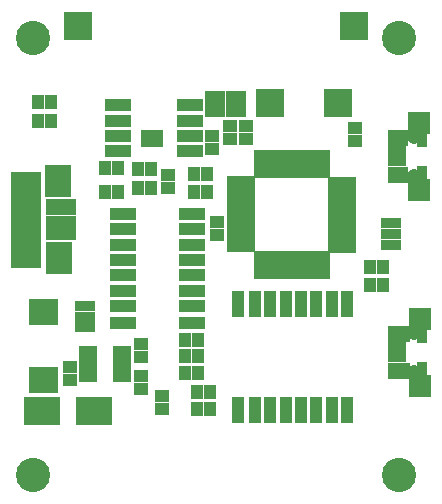
<source format=gbr>
%FSLAX34Y34*%
%MOMM*%
%LNSOLDERMASK_TOP*%
G71*
G01*
%ADD10R, 2.500X0.800*%
%ADD11R, 2.300X2.700*%
%ADD12R, 2.600X8.200*%
%ADD13R, 0.900X2.400*%
%ADD14R, 2.400X0.900*%
%ADD15R, 1.800X0.900*%
%ADD16R, 3.100X2.400*%
%ADD17R, 0.800X2.200*%
%ADD18R, 1.600X1.100*%
%ADD19R, 1.200X1.100*%
%ADD20R, 2.200X1.100*%
%ADD21R, 1.100X1.200*%
%ADD22R, 1.700X2.200*%
%ADD23R, 2.400X2.400*%
%ADD24R, 1.100X2.200*%
%ADD25R, 1.500X1.800*%
%ADD26R, 1.700X1.400*%
%ADD27C, 1.200*%
%ADD28R, 0.900X1.600*%
%ADD29R, 1.900X1.400*%
%ADD30C, 2.900*%
%ADD31R, 1.900X0.850*%
%ADD32R, 1.900X1.900*%
%LPD*%
X54000Y830000D02*
G54D10*
D03*
X54000Y823000D02*
G54D10*
D03*
X54000Y816000D02*
G54D10*
D03*
X54000Y802000D02*
G54D10*
D03*
X54000Y809000D02*
G54D10*
D03*
X51000Y849000D02*
G54D11*
D03*
X52000Y784000D02*
G54D11*
D03*
X24000Y816000D02*
G54D12*
D03*
X221000Y863000D02*
G54D13*
D03*
X229000Y863000D02*
G54D13*
D03*
X237000Y863000D02*
G54D13*
D03*
X245000Y863000D02*
G54D13*
D03*
X253000Y863000D02*
G54D13*
D03*
X261000Y863000D02*
G54D13*
D03*
X269000Y863000D02*
G54D13*
D03*
X277000Y863000D02*
G54D13*
D03*
X221000Y778000D02*
G54D13*
D03*
X229000Y778000D02*
G54D13*
D03*
X237000Y778000D02*
G54D13*
D03*
X245000Y778000D02*
G54D13*
D03*
X253000Y778000D02*
G54D13*
D03*
X261000Y778000D02*
G54D13*
D03*
X269000Y778000D02*
G54D13*
D03*
X277000Y778000D02*
G54D13*
D03*
X292000Y848000D02*
G54D14*
D03*
X292000Y840000D02*
G54D14*
D03*
X292000Y832000D02*
G54D14*
D03*
X292000Y824000D02*
G54D14*
D03*
X292000Y816000D02*
G54D14*
D03*
X292000Y808000D02*
G54D14*
D03*
X292000Y800000D02*
G54D14*
D03*
X292000Y792000D02*
G54D14*
D03*
X206000Y849000D02*
G54D14*
D03*
X206000Y841000D02*
G54D14*
D03*
X206000Y833000D02*
G54D14*
D03*
X206000Y825000D02*
G54D14*
D03*
X206000Y817000D02*
G54D14*
D03*
X206000Y809000D02*
G54D14*
D03*
X206000Y801000D02*
G54D14*
D03*
X206000Y793000D02*
G54D14*
D03*
X333000Y813000D02*
G54D15*
D03*
X333000Y804000D02*
G54D15*
D03*
X333000Y795000D02*
G54D15*
D03*
X38000Y654000D02*
G54D16*
D03*
X82000Y654000D02*
G54D16*
D03*
X48000Y738000D02*
G54D17*
D03*
X42000Y738000D02*
G54D17*
D03*
X36000Y738000D02*
G54D17*
D03*
X30000Y738000D02*
G54D17*
D03*
X48000Y680000D02*
G54D17*
D03*
X42000Y680000D02*
G54D17*
D03*
X36000Y680000D02*
G54D17*
D03*
X30000Y680000D02*
G54D17*
D03*
X77000Y704000D02*
G54D18*
D03*
X77000Y694000D02*
G54D18*
D03*
X77000Y684000D02*
G54D18*
D03*
X105000Y704000D02*
G54D18*
D03*
X105000Y694000D02*
G54D18*
D03*
X105000Y684000D02*
G54D18*
D03*
X61500Y691500D02*
G54D19*
D03*
X61500Y680500D02*
G54D19*
D03*
X121500Y699500D02*
G54D19*
D03*
X121500Y710500D02*
G54D19*
D03*
X106000Y821000D02*
G54D20*
D03*
X106000Y808000D02*
G54D20*
D03*
X106000Y795000D02*
G54D20*
D03*
X106000Y782000D02*
G54D20*
D03*
X106000Y769000D02*
G54D20*
D03*
X106000Y756000D02*
G54D20*
D03*
X106000Y743000D02*
G54D20*
D03*
X106000Y729000D02*
G54D20*
D03*
X165000Y821000D02*
G54D20*
D03*
X165000Y808000D02*
G54D20*
D03*
X165000Y795000D02*
G54D20*
D03*
X165000Y782000D02*
G54D20*
D03*
X165000Y769000D02*
G54D20*
D03*
X165000Y756000D02*
G54D20*
D03*
X165000Y743000D02*
G54D20*
D03*
X165000Y729000D02*
G54D20*
D03*
X74000Y743000D02*
G54D15*
D03*
X74000Y734000D02*
G54D15*
D03*
X74000Y725000D02*
G54D15*
D03*
X170096Y714500D02*
G54D21*
D03*
X159096Y714500D02*
G54D21*
D03*
X181500Y875900D02*
G54D19*
D03*
X181500Y886900D02*
G54D19*
D03*
X102000Y913000D02*
G54D20*
D03*
X102000Y900000D02*
G54D20*
D03*
X102000Y887000D02*
G54D20*
D03*
X102000Y874000D02*
G54D20*
D03*
X163000Y913000D02*
G54D20*
D03*
X163000Y900000D02*
G54D20*
D03*
X163000Y887000D02*
G54D20*
D03*
X163000Y874000D02*
G54D20*
D03*
X184000Y914000D02*
G54D22*
D03*
X202000Y914000D02*
G54D22*
D03*
X45000Y916000D02*
G54D21*
D03*
X34000Y916000D02*
G54D21*
D03*
X45000Y900000D02*
G54D21*
D03*
X34000Y900000D02*
G54D21*
D03*
X121500Y683500D02*
G54D19*
D03*
X121500Y672500D02*
G54D19*
D03*
X185500Y814500D02*
G54D19*
D03*
X185500Y803500D02*
G54D19*
D03*
X101938Y839658D02*
G54D21*
D03*
X90938Y839658D02*
G54D21*
D03*
X101938Y859658D02*
G54D21*
D03*
X90938Y859658D02*
G54D21*
D03*
X196500Y895500D02*
G54D19*
D03*
X196500Y884500D02*
G54D19*
D03*
X166500Y839500D02*
G54D21*
D03*
X177500Y839500D02*
G54D21*
D03*
X166000Y855000D02*
G54D21*
D03*
X177000Y855000D02*
G54D21*
D03*
X302500Y882500D02*
G54D19*
D03*
X302500Y893500D02*
G54D19*
D03*
X288000Y915000D02*
G54D23*
D03*
X231000Y915000D02*
G54D23*
D03*
X296000Y745000D02*
G54D24*
D03*
X283000Y745000D02*
G54D24*
D03*
X270000Y745000D02*
G54D24*
D03*
X257000Y745000D02*
G54D24*
D03*
X244000Y745000D02*
G54D24*
D03*
X231000Y745000D02*
G54D24*
D03*
X218000Y745000D02*
G54D24*
D03*
X204000Y745000D02*
G54D24*
D03*
X296000Y655000D02*
G54D24*
D03*
X283000Y655000D02*
G54D24*
D03*
X270000Y655000D02*
G54D24*
D03*
X257000Y655000D02*
G54D24*
D03*
X244000Y655000D02*
G54D24*
D03*
X231000Y655000D02*
G54D24*
D03*
X218000Y655000D02*
G54D24*
D03*
X204000Y655000D02*
G54D24*
D03*
X338000Y870000D02*
G54D25*
D03*
X338900Y885000D02*
G54D26*
D03*
X339000Y854000D02*
G54D26*
D03*
X353000Y886000D02*
G54D27*
D03*
X353000Y853000D02*
G54D27*
D03*
X359000Y885000D02*
G54D28*
D03*
X359000Y854000D02*
G54D28*
D03*
X338000Y704000D02*
G54D25*
D03*
X340000Y718950D02*
G54D29*
D03*
X340000Y688000D02*
G54D29*
D03*
X353000Y720000D02*
G54D27*
D03*
X353000Y687000D02*
G54D27*
D03*
X359000Y719000D02*
G54D28*
D03*
X359000Y688000D02*
G54D28*
D03*
X30000Y970000D02*
G54D30*
D03*
X340000Y970000D02*
G54D30*
D03*
X340000Y600000D02*
G54D30*
D03*
X30000Y600000D02*
G54D30*
D03*
X144000Y854000D02*
G54D19*
D03*
X144000Y843000D02*
G54D19*
D03*
X210500Y884500D02*
G54D19*
D03*
X210500Y895500D02*
G54D19*
D03*
X119000Y843000D02*
G54D21*
D03*
X130000Y843000D02*
G54D21*
D03*
X119000Y859000D02*
G54D21*
D03*
X130000Y859000D02*
G54D21*
D03*
X326000Y776000D02*
G54D21*
D03*
X315000Y776000D02*
G54D21*
D03*
X326000Y761000D02*
G54D21*
D03*
X315000Y760999D02*
G54D21*
D03*
X180000Y656000D02*
G54D21*
D03*
X169000Y656000D02*
G54D21*
D03*
X180000Y670000D02*
G54D21*
D03*
X169000Y670000D02*
G54D21*
D03*
X170096Y700500D02*
G54D21*
D03*
X159096Y700500D02*
G54D21*
D03*
X170096Y686500D02*
G54D21*
D03*
X159096Y686500D02*
G54D21*
D03*
X302000Y980000D02*
G54D23*
D03*
X68000Y980000D02*
G54D23*
D03*
X139595Y656000D02*
G54D19*
D03*
X139595Y667000D02*
G54D19*
D03*
X131000Y882000D02*
G54D31*
D03*
X131000Y888000D02*
G54D31*
D03*
X356900Y841000D02*
G54D32*
D03*
X356900Y898000D02*
G54D32*
D03*
X357900Y675000D02*
G54D32*
D03*
X357900Y732000D02*
G54D32*
D03*
M02*

</source>
